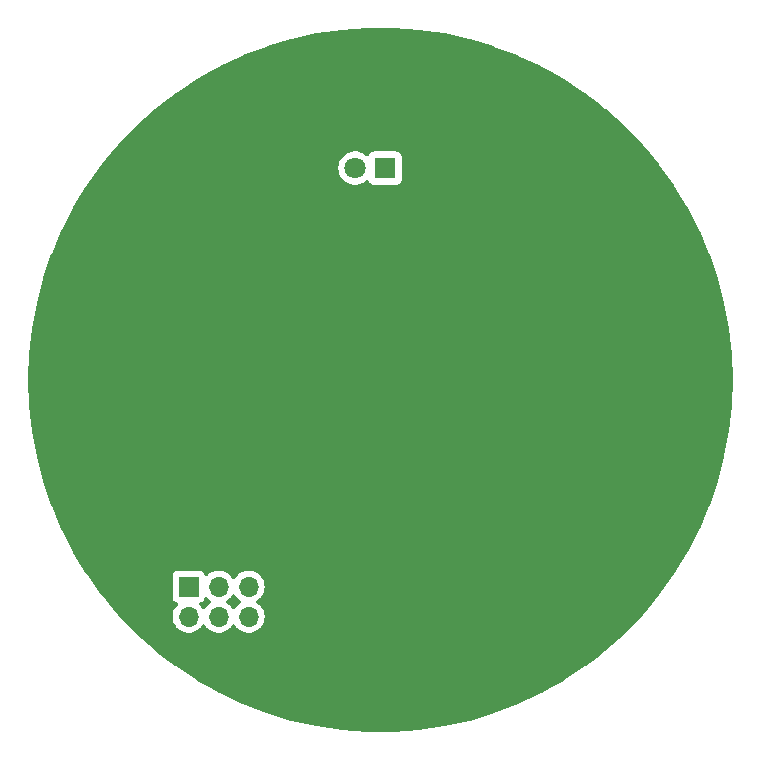
<source format=gbr>
G04 #@! TF.GenerationSoftware,KiCad,Pcbnew,(6.99.0-2452-gdb4f2d9dd8)*
G04 #@! TF.CreationDate,2022-08-02T22:01:28-05:00*
G04 #@! TF.ProjectId,TofG,546f6647-2e6b-4696-9361-645f70636258,rev?*
G04 #@! TF.SameCoordinates,Original*
G04 #@! TF.FileFunction,Copper,L1,Top*
G04 #@! TF.FilePolarity,Positive*
%FSLAX46Y46*%
G04 Gerber Fmt 4.6, Leading zero omitted, Abs format (unit mm)*
G04 Created by KiCad (PCBNEW (6.99.0-2452-gdb4f2d9dd8)) date 2022-08-02 22:01:28*
%MOMM*%
%LPD*%
G01*
G04 APERTURE LIST*
G04 #@! TA.AperFunction,ComponentPad*
%ADD10C,1.800000*%
G04 #@! TD*
G04 #@! TA.AperFunction,ComponentPad*
%ADD11R,1.800000X1.800000*%
G04 #@! TD*
G04 #@! TA.AperFunction,ComponentPad*
%ADD12O,1.700000X1.700000*%
G04 #@! TD*
G04 #@! TA.AperFunction,ComponentPad*
%ADD13R,1.700000X1.700000*%
G04 #@! TD*
G04 APERTURE END LIST*
D10*
X67360000Y-60500000D03*
D11*
X69899999Y-60499999D03*
D12*
X58339999Y-98469999D03*
X58339999Y-95929999D03*
X55799999Y-98469999D03*
X55799999Y-95929999D03*
X53259999Y-98469999D03*
D13*
X53259999Y-95929999D03*
G04 #@! TA.AperFunction,NonConductor*
G36*
X54783439Y-96841388D02*
G01*
X54815755Y-96866638D01*
X54836526Y-96889201D01*
X54876760Y-96932906D01*
X55054424Y-97071189D01*
X55059005Y-97073668D01*
X55087680Y-97089186D01*
X55138071Y-97139199D01*
X55153423Y-97208516D01*
X55128863Y-97275129D01*
X55087681Y-97310813D01*
X55054424Y-97328811D01*
X55050313Y-97332010D01*
X55050311Y-97332012D01*
X54895861Y-97452227D01*
X54876760Y-97467094D01*
X54873228Y-97470931D01*
X54727806Y-97628899D01*
X54727803Y-97628903D01*
X54724278Y-97632732D01*
X54721427Y-97637096D01*
X54635483Y-97768643D01*
X54581479Y-97814732D01*
X54511132Y-97824307D01*
X54446774Y-97794330D01*
X54424517Y-97768643D01*
X54338573Y-97637096D01*
X54335722Y-97632732D01*
X54332197Y-97628903D01*
X54332194Y-97628899D01*
X54192525Y-97477180D01*
X54161104Y-97413515D01*
X54169091Y-97342969D01*
X54213949Y-97287940D01*
X54241191Y-97273787D01*
X54356204Y-97230889D01*
X54368536Y-97221658D01*
X54466050Y-97148659D01*
X54473261Y-97143261D01*
X54560889Y-97026204D01*
X54604998Y-96907944D01*
X54647545Y-96851108D01*
X54714065Y-96826297D01*
X54783439Y-96841388D01*
G37*
G04 #@! TD.AperFunction*
G04 #@! TA.AperFunction,NonConductor*
G36*
X57153226Y-96605670D02*
G01*
X57175483Y-96631357D01*
X57264278Y-96767268D01*
X57267803Y-96771097D01*
X57267806Y-96771101D01*
X57332511Y-96841388D01*
X57416760Y-96932906D01*
X57594424Y-97071189D01*
X57599005Y-97073668D01*
X57627680Y-97089186D01*
X57678071Y-97139199D01*
X57693423Y-97208516D01*
X57668863Y-97275129D01*
X57627681Y-97310813D01*
X57594424Y-97328811D01*
X57590313Y-97332010D01*
X57590311Y-97332012D01*
X57435861Y-97452227D01*
X57416760Y-97467094D01*
X57413228Y-97470931D01*
X57267806Y-97628899D01*
X57267803Y-97628903D01*
X57264278Y-97632732D01*
X57261427Y-97637096D01*
X57175483Y-97768643D01*
X57121479Y-97814732D01*
X57051132Y-97824307D01*
X56986774Y-97794330D01*
X56964517Y-97768643D01*
X56878573Y-97637096D01*
X56875722Y-97632732D01*
X56872197Y-97628903D01*
X56872194Y-97628899D01*
X56726772Y-97470931D01*
X56723240Y-97467094D01*
X56704139Y-97452227D01*
X56549689Y-97332012D01*
X56549687Y-97332010D01*
X56545576Y-97328811D01*
X56512320Y-97310814D01*
X56461929Y-97260801D01*
X56446577Y-97191484D01*
X56471137Y-97124871D01*
X56512320Y-97089186D01*
X56540995Y-97073668D01*
X56545576Y-97071189D01*
X56723240Y-96932906D01*
X56807489Y-96841388D01*
X56872194Y-96771101D01*
X56872197Y-96771097D01*
X56875722Y-96767268D01*
X56964517Y-96631357D01*
X57018521Y-96585268D01*
X57088868Y-96575693D01*
X57153226Y-96605670D01*
G37*
G04 #@! TD.AperFunction*
G04 #@! TA.AperFunction,NonConductor*
G36*
X70563030Y-48619918D02*
G01*
X70577708Y-48620186D01*
X70586953Y-48620355D01*
X70591549Y-48620523D01*
X70615456Y-48621834D01*
X70617718Y-48621979D01*
X72733557Y-48776838D01*
X72735839Y-48777026D01*
X72750332Y-48778353D01*
X72759665Y-48779208D01*
X72764240Y-48779712D01*
X72787940Y-48782759D01*
X72790219Y-48783073D01*
X74889107Y-49091966D01*
X74891378Y-49092321D01*
X74914988Y-49096237D01*
X74919516Y-49097074D01*
X74942849Y-49101826D01*
X74945100Y-49102305D01*
X77015973Y-49563612D01*
X77018214Y-49564133D01*
X77041391Y-49569742D01*
X77045847Y-49570907D01*
X77068810Y-49577361D01*
X77071017Y-49578003D01*
X79102606Y-50189216D01*
X79104804Y-50189899D01*
X79127588Y-50197210D01*
X79131924Y-50198689D01*
X79154407Y-50206821D01*
X79156562Y-50207623D01*
X81138083Y-50965491D01*
X81140222Y-50966332D01*
X81162389Y-50975277D01*
X81166628Y-50977078D01*
X81188464Y-50986832D01*
X81190557Y-50987790D01*
X83111455Y-51888270D01*
X83113506Y-51889254D01*
X83135004Y-51899815D01*
X83139072Y-51901907D01*
X83160141Y-51913231D01*
X83162157Y-51914338D01*
X83846244Y-52298266D01*
X85012253Y-52952662D01*
X85014156Y-52953753D01*
X85028105Y-52961920D01*
X85034844Y-52965866D01*
X85038732Y-52968238D01*
X85059040Y-52981147D01*
X85060758Y-52982261D01*
X86396061Y-53865689D01*
X86830182Y-54152901D01*
X86832088Y-54154188D01*
X86851797Y-54167751D01*
X86855525Y-54170417D01*
X86872214Y-54182824D01*
X86874714Y-54184683D01*
X86876546Y-54186071D01*
X87799463Y-54898724D01*
X88555767Y-55482723D01*
X88557547Y-55484124D01*
X88576182Y-55499065D01*
X88579697Y-55501990D01*
X88596066Y-55516126D01*
X88597792Y-55517617D01*
X88599517Y-55519135D01*
X90179549Y-56934850D01*
X90181248Y-56936400D01*
X90198784Y-56952699D01*
X90202098Y-56955895D01*
X90218969Y-56972766D01*
X90220582Y-56974408D01*
X91693075Y-58501699D01*
X91694655Y-58503368D01*
X91710943Y-58520891D01*
X91713993Y-58524294D01*
X91729653Y-58542427D01*
X91731088Y-58544120D01*
X92283735Y-59208194D01*
X93088210Y-60174872D01*
X93089665Y-60176655D01*
X93104592Y-60195273D01*
X93107404Y-60198914D01*
X93121687Y-60218126D01*
X93122968Y-60219882D01*
X94324444Y-61899236D01*
X94357430Y-61945342D01*
X94358748Y-61947221D01*
X94366926Y-61959104D01*
X94372315Y-61966934D01*
X94374847Y-61970761D01*
X94387694Y-61990974D01*
X94388908Y-61992923D01*
X95494054Y-63803773D01*
X95495236Y-63805750D01*
X95507340Y-63826424D01*
X95509589Y-63830432D01*
X95520885Y-63851448D01*
X95521958Y-63853488D01*
X96492002Y-65740236D01*
X96493036Y-65742294D01*
X96503584Y-65763766D01*
X96505538Y-65767933D01*
X96515280Y-65789743D01*
X96516199Y-65791852D01*
X97345941Y-67744399D01*
X97346821Y-67746525D01*
X97355754Y-67768661D01*
X97357398Y-67772958D01*
X97365545Y-67795483D01*
X97366308Y-67797656D01*
X98051292Y-69805508D01*
X98052015Y-69807692D01*
X98059317Y-69830447D01*
X98060645Y-69834861D01*
X98067091Y-69857801D01*
X98067692Y-69860016D01*
X98604312Y-71912610D01*
X98604873Y-71914839D01*
X98610497Y-71938075D01*
X98611491Y-71942540D01*
X98615206Y-71960781D01*
X98616260Y-71965956D01*
X98616698Y-71968211D01*
X99002050Y-74054475D01*
X99002447Y-74056738D01*
X99006362Y-74080341D01*
X99007021Y-74084814D01*
X99010067Y-74108507D01*
X99010339Y-74110789D01*
X99242379Y-76219643D01*
X99242610Y-76221933D01*
X99244788Y-76245715D01*
X99245124Y-76250306D01*
X99246431Y-76274138D01*
X99246536Y-76276436D01*
X99324019Y-78396558D01*
X99324082Y-78398857D01*
X99324519Y-78422757D01*
X99324519Y-78427363D01*
X99324082Y-78451263D01*
X99324019Y-78453562D01*
X99246536Y-80573684D01*
X99246431Y-80575982D01*
X99245124Y-80599814D01*
X99244788Y-80604405D01*
X99242610Y-80628187D01*
X99242379Y-80630477D01*
X99010339Y-82739331D01*
X99010073Y-82741560D01*
X99007021Y-82765306D01*
X99006362Y-82769779D01*
X99002967Y-82790246D01*
X99002447Y-82793382D01*
X99002050Y-82795645D01*
X98616698Y-84881909D01*
X98616260Y-84884164D01*
X98611491Y-84907580D01*
X98610497Y-84912045D01*
X98604873Y-84935281D01*
X98604312Y-84937510D01*
X98067692Y-86990104D01*
X98067091Y-86992319D01*
X98060645Y-87015259D01*
X98059317Y-87019673D01*
X98052015Y-87042428D01*
X98051292Y-87044612D01*
X97366308Y-89052464D01*
X97365545Y-89054637D01*
X97357398Y-89077162D01*
X97355754Y-89081459D01*
X97346821Y-89103595D01*
X97345941Y-89105721D01*
X96516199Y-91058268D01*
X96515280Y-91060377D01*
X96505538Y-91082187D01*
X96503584Y-91086354D01*
X96493036Y-91107826D01*
X96492002Y-91109884D01*
X95521958Y-92996632D01*
X95520885Y-92998672D01*
X95509589Y-93019688D01*
X95507340Y-93023696D01*
X95495236Y-93044370D01*
X95494054Y-93046347D01*
X94388908Y-94857197D01*
X94387694Y-94859146D01*
X94374847Y-94879359D01*
X94372315Y-94883186D01*
X94366926Y-94891016D01*
X94358748Y-94902899D01*
X94357433Y-94904774D01*
X93122968Y-96630238D01*
X93121687Y-96631994D01*
X93107404Y-96651206D01*
X93104592Y-96654847D01*
X93089665Y-96673465D01*
X93088218Y-96675238D01*
X92131956Y-97824307D01*
X91731088Y-98306000D01*
X91729653Y-98307693D01*
X91713993Y-98325826D01*
X91710943Y-98329229D01*
X91694655Y-98346752D01*
X91693075Y-98348421D01*
X90220582Y-99875712D01*
X90218969Y-99877354D01*
X90202098Y-99894225D01*
X90198784Y-99897421D01*
X90181248Y-99913720D01*
X90179549Y-99915270D01*
X88599517Y-101330985D01*
X88597792Y-101332503D01*
X88579697Y-101348130D01*
X88576182Y-101351055D01*
X88557547Y-101365996D01*
X88555767Y-101367397D01*
X87799463Y-101951396D01*
X86876546Y-102664049D01*
X86874714Y-102665437D01*
X86855525Y-102679703D01*
X86851797Y-102682369D01*
X86832088Y-102695932D01*
X86830182Y-102697219D01*
X85060758Y-103867859D01*
X85059040Y-103868973D01*
X85038732Y-103881882D01*
X85034844Y-103884254D01*
X85014156Y-103896367D01*
X85012253Y-103897458D01*
X83846244Y-104551854D01*
X83162157Y-104935782D01*
X83160141Y-104936889D01*
X83139072Y-104948213D01*
X83135004Y-104950305D01*
X83113527Y-104960856D01*
X83111455Y-104961850D01*
X81190557Y-105862330D01*
X81188464Y-105863288D01*
X81166628Y-105873042D01*
X81162389Y-105874843D01*
X81140222Y-105883788D01*
X81138083Y-105884629D01*
X79156562Y-106642497D01*
X79154409Y-106643298D01*
X79131924Y-106651431D01*
X79127588Y-106652910D01*
X79104804Y-106660221D01*
X79102606Y-106660904D01*
X77071017Y-107272117D01*
X77068810Y-107272759D01*
X77045847Y-107279213D01*
X77041391Y-107280378D01*
X77018214Y-107285987D01*
X77015973Y-107286508D01*
X74945100Y-107747815D01*
X74942849Y-107748294D01*
X74919516Y-107753046D01*
X74914988Y-107753883D01*
X74891378Y-107757799D01*
X74889107Y-107758154D01*
X72790219Y-108067047D01*
X72787940Y-108067361D01*
X72764240Y-108070408D01*
X72759665Y-108070912D01*
X72750332Y-108071767D01*
X72735839Y-108073094D01*
X72733560Y-108073282D01*
X70617718Y-108228141D01*
X70615456Y-108228286D01*
X70591549Y-108229597D01*
X70586953Y-108229765D01*
X70577708Y-108229934D01*
X70563030Y-108230202D01*
X70560731Y-108230223D01*
X68439269Y-108230223D01*
X68436970Y-108230202D01*
X68422292Y-108229934D01*
X68413047Y-108229765D01*
X68408451Y-108229597D01*
X68384544Y-108228286D01*
X68382282Y-108228141D01*
X66266440Y-108073282D01*
X66264161Y-108073094D01*
X66249668Y-108071767D01*
X66240335Y-108070912D01*
X66235760Y-108070408D01*
X66212060Y-108067361D01*
X66209781Y-108067047D01*
X64110893Y-107758154D01*
X64108622Y-107757799D01*
X64085012Y-107753883D01*
X64080484Y-107753046D01*
X64057151Y-107748294D01*
X64054900Y-107747815D01*
X61984027Y-107286508D01*
X61981786Y-107285987D01*
X61958609Y-107280378D01*
X61954153Y-107279213D01*
X61931190Y-107272759D01*
X61928983Y-107272117D01*
X59897394Y-106660904D01*
X59895196Y-106660221D01*
X59872412Y-106652910D01*
X59868076Y-106651431D01*
X59845591Y-106643298D01*
X59843438Y-106642497D01*
X57861917Y-105884629D01*
X57859778Y-105883788D01*
X57837611Y-105874843D01*
X57833372Y-105873042D01*
X57811536Y-105863288D01*
X57809443Y-105862330D01*
X55888545Y-104961850D01*
X55886473Y-104960856D01*
X55864996Y-104950305D01*
X55860928Y-104948213D01*
X55839859Y-104936889D01*
X55837843Y-104935782D01*
X55153756Y-104551854D01*
X53987747Y-103897458D01*
X53985844Y-103896367D01*
X53965156Y-103884254D01*
X53961268Y-103881882D01*
X53940960Y-103868973D01*
X53939242Y-103867859D01*
X52169818Y-102697219D01*
X52167912Y-102695932D01*
X52148203Y-102682369D01*
X52144475Y-102679703D01*
X52125286Y-102665437D01*
X52123454Y-102664049D01*
X51200537Y-101951396D01*
X50444233Y-101367397D01*
X50442453Y-101365996D01*
X50423818Y-101351055D01*
X50420303Y-101348130D01*
X50402208Y-101332503D01*
X50400483Y-101330985D01*
X48820451Y-99915270D01*
X48818752Y-99913720D01*
X48801216Y-99897421D01*
X48797902Y-99894225D01*
X48781031Y-99877354D01*
X48779418Y-99875712D01*
X47424142Y-98470000D01*
X51896844Y-98470000D01*
X51915436Y-98694368D01*
X51970704Y-98912616D01*
X52061140Y-99118791D01*
X52063990Y-99123153D01*
X52063992Y-99123157D01*
X52065535Y-99125518D01*
X52184278Y-99307268D01*
X52187803Y-99311097D01*
X52187806Y-99311101D01*
X52289360Y-99421417D01*
X52336760Y-99472906D01*
X52514424Y-99611189D01*
X52712426Y-99718342D01*
X52925365Y-99791444D01*
X52930499Y-99792301D01*
X52930504Y-99792302D01*
X53142294Y-99827643D01*
X53142296Y-99827643D01*
X53147431Y-99828500D01*
X53372569Y-99828500D01*
X53377704Y-99827643D01*
X53377706Y-99827643D01*
X53589496Y-99792302D01*
X53589501Y-99792301D01*
X53594635Y-99791444D01*
X53807574Y-99718342D01*
X54005576Y-99611189D01*
X54183240Y-99472906D01*
X54230640Y-99421417D01*
X54332194Y-99311101D01*
X54332197Y-99311097D01*
X54335722Y-99307268D01*
X54424517Y-99171357D01*
X54478521Y-99125268D01*
X54548868Y-99115693D01*
X54613226Y-99145670D01*
X54635483Y-99171357D01*
X54724278Y-99307268D01*
X54727803Y-99311097D01*
X54727806Y-99311101D01*
X54829360Y-99421417D01*
X54876760Y-99472906D01*
X55054424Y-99611189D01*
X55252426Y-99718342D01*
X55465365Y-99791444D01*
X55470499Y-99792301D01*
X55470504Y-99792302D01*
X55682294Y-99827643D01*
X55682296Y-99827643D01*
X55687431Y-99828500D01*
X55912569Y-99828500D01*
X55917704Y-99827643D01*
X55917706Y-99827643D01*
X56129496Y-99792302D01*
X56129501Y-99792301D01*
X56134635Y-99791444D01*
X56347574Y-99718342D01*
X56545576Y-99611189D01*
X56723240Y-99472906D01*
X56770640Y-99421417D01*
X56872194Y-99311101D01*
X56872197Y-99311097D01*
X56875722Y-99307268D01*
X56964517Y-99171357D01*
X57018521Y-99125268D01*
X57088868Y-99115693D01*
X57153226Y-99145670D01*
X57175483Y-99171357D01*
X57264278Y-99307268D01*
X57267803Y-99311097D01*
X57267806Y-99311101D01*
X57369360Y-99421417D01*
X57416760Y-99472906D01*
X57594424Y-99611189D01*
X57792426Y-99718342D01*
X58005365Y-99791444D01*
X58010499Y-99792301D01*
X58010504Y-99792302D01*
X58222294Y-99827643D01*
X58222296Y-99827643D01*
X58227431Y-99828500D01*
X58452569Y-99828500D01*
X58457704Y-99827643D01*
X58457706Y-99827643D01*
X58669496Y-99792302D01*
X58669501Y-99792301D01*
X58674635Y-99791444D01*
X58887574Y-99718342D01*
X59085576Y-99611189D01*
X59263240Y-99472906D01*
X59310640Y-99421417D01*
X59412194Y-99311101D01*
X59412197Y-99311097D01*
X59415722Y-99307268D01*
X59534465Y-99125518D01*
X59536008Y-99123157D01*
X59536010Y-99123153D01*
X59538860Y-99118791D01*
X59629296Y-98912616D01*
X59684564Y-98694368D01*
X59703156Y-98470000D01*
X59701976Y-98455763D01*
X59684995Y-98250828D01*
X59684994Y-98250823D01*
X59684564Y-98245632D01*
X59629296Y-98027384D01*
X59538860Y-97821209D01*
X59534629Y-97814732D01*
X59418573Y-97637096D01*
X59415722Y-97632732D01*
X59412197Y-97628903D01*
X59412194Y-97628899D01*
X59266772Y-97470931D01*
X59263240Y-97467094D01*
X59244139Y-97452227D01*
X59089689Y-97332012D01*
X59089687Y-97332010D01*
X59085576Y-97328811D01*
X59052320Y-97310814D01*
X59001929Y-97260801D01*
X58986577Y-97191484D01*
X59011137Y-97124871D01*
X59052320Y-97089186D01*
X59080995Y-97073668D01*
X59085576Y-97071189D01*
X59263240Y-96932906D01*
X59347489Y-96841388D01*
X59412194Y-96771101D01*
X59412197Y-96771097D01*
X59415722Y-96767268D01*
X59475848Y-96675238D01*
X59536008Y-96583157D01*
X59536010Y-96583153D01*
X59538860Y-96578791D01*
X59629296Y-96372616D01*
X59684564Y-96154368D01*
X59703156Y-95930000D01*
X59684564Y-95705632D01*
X59629296Y-95487384D01*
X59538860Y-95281209D01*
X59534629Y-95274732D01*
X59418573Y-95097096D01*
X59415722Y-95092732D01*
X59412197Y-95088903D01*
X59412194Y-95088899D01*
X59266772Y-94930931D01*
X59263240Y-94927094D01*
X59201911Y-94879359D01*
X59089689Y-94792012D01*
X59089687Y-94792010D01*
X59085576Y-94788811D01*
X58887574Y-94681658D01*
X58674635Y-94608556D01*
X58669501Y-94607699D01*
X58669496Y-94607698D01*
X58457706Y-94572357D01*
X58457704Y-94572357D01*
X58452569Y-94571500D01*
X58227431Y-94571500D01*
X58222296Y-94572357D01*
X58222294Y-94572357D01*
X58010504Y-94607698D01*
X58010499Y-94607699D01*
X58005365Y-94608556D01*
X57792426Y-94681658D01*
X57594424Y-94788811D01*
X57590313Y-94792010D01*
X57590311Y-94792012D01*
X57478089Y-94879359D01*
X57416760Y-94927094D01*
X57413228Y-94930931D01*
X57267806Y-95088899D01*
X57267803Y-95088903D01*
X57264278Y-95092732D01*
X57261427Y-95097096D01*
X57175483Y-95228643D01*
X57121479Y-95274732D01*
X57051132Y-95284307D01*
X56986774Y-95254330D01*
X56964517Y-95228643D01*
X56878573Y-95097096D01*
X56875722Y-95092732D01*
X56872197Y-95088903D01*
X56872194Y-95088899D01*
X56726772Y-94930931D01*
X56723240Y-94927094D01*
X56661911Y-94879359D01*
X56549689Y-94792012D01*
X56549687Y-94792010D01*
X56545576Y-94788811D01*
X56347574Y-94681658D01*
X56134635Y-94608556D01*
X56129501Y-94607699D01*
X56129496Y-94607698D01*
X55917706Y-94572357D01*
X55917704Y-94572357D01*
X55912569Y-94571500D01*
X55687431Y-94571500D01*
X55682296Y-94572357D01*
X55682294Y-94572357D01*
X55470504Y-94607698D01*
X55470499Y-94607699D01*
X55465365Y-94608556D01*
X55252426Y-94681658D01*
X55054424Y-94788811D01*
X55050313Y-94792010D01*
X55050311Y-94792012D01*
X54938089Y-94879359D01*
X54876760Y-94927094D01*
X54873228Y-94930931D01*
X54815755Y-94993362D01*
X54754901Y-95029933D01*
X54683937Y-95027798D01*
X54625392Y-94987636D01*
X54604998Y-94952056D01*
X54579319Y-94883207D01*
X54560889Y-94833796D01*
X54473261Y-94716739D01*
X54356204Y-94629111D01*
X54219201Y-94578011D01*
X54182295Y-94574043D01*
X54161988Y-94571860D01*
X54161985Y-94571860D01*
X54158638Y-94571500D01*
X52361362Y-94571500D01*
X52358015Y-94571860D01*
X52358012Y-94571860D01*
X52337705Y-94574043D01*
X52300799Y-94578011D01*
X52163796Y-94629111D01*
X52046739Y-94716739D01*
X51959111Y-94833796D01*
X51908011Y-94970799D01*
X51901500Y-95031362D01*
X51901500Y-96828638D01*
X51908011Y-96889201D01*
X51959111Y-97026204D01*
X52046739Y-97143261D01*
X52053950Y-97148659D01*
X52151465Y-97221658D01*
X52163796Y-97230889D01*
X52278808Y-97273787D01*
X52335642Y-97316333D01*
X52360453Y-97382853D01*
X52345361Y-97452227D01*
X52327475Y-97477180D01*
X52187806Y-97628899D01*
X52187803Y-97628903D01*
X52184278Y-97632732D01*
X52181427Y-97637096D01*
X52065372Y-97814732D01*
X52061140Y-97821209D01*
X51970704Y-98027384D01*
X51915436Y-98245632D01*
X51915006Y-98250823D01*
X51915005Y-98250828D01*
X51898024Y-98455763D01*
X51896844Y-98470000D01*
X47424142Y-98470000D01*
X47306925Y-98348421D01*
X47305345Y-98346752D01*
X47289057Y-98329229D01*
X47286007Y-98325826D01*
X47270347Y-98307693D01*
X47268912Y-98306000D01*
X46868044Y-97824307D01*
X45911782Y-96675238D01*
X45910335Y-96673465D01*
X45895408Y-96654847D01*
X45892596Y-96651206D01*
X45878313Y-96631994D01*
X45877032Y-96630238D01*
X44642567Y-94904774D01*
X44641252Y-94902899D01*
X44633074Y-94891016D01*
X44627685Y-94883186D01*
X44625153Y-94879359D01*
X44612306Y-94859146D01*
X44611092Y-94857197D01*
X43505946Y-93046347D01*
X43504764Y-93044370D01*
X43492660Y-93023696D01*
X43490411Y-93019688D01*
X43479115Y-92998672D01*
X43478042Y-92996632D01*
X42507998Y-91109884D01*
X42506964Y-91107826D01*
X42496416Y-91086354D01*
X42494462Y-91082187D01*
X42484720Y-91060377D01*
X42483801Y-91058268D01*
X41654059Y-89105721D01*
X41653179Y-89103595D01*
X41644246Y-89081459D01*
X41642602Y-89077162D01*
X41634455Y-89054637D01*
X41633692Y-89052464D01*
X40948708Y-87044612D01*
X40947985Y-87042428D01*
X40940683Y-87019673D01*
X40939355Y-87015259D01*
X40932909Y-86992319D01*
X40932308Y-86990104D01*
X40395688Y-84937510D01*
X40395127Y-84935281D01*
X40389503Y-84912045D01*
X40388509Y-84907580D01*
X40383740Y-84884164D01*
X40383302Y-84881909D01*
X39997950Y-82795645D01*
X39997553Y-82793382D01*
X39997033Y-82790246D01*
X39993638Y-82769779D01*
X39992979Y-82765306D01*
X39989927Y-82741560D01*
X39989661Y-82739331D01*
X39757621Y-80630477D01*
X39757390Y-80628187D01*
X39755212Y-80604405D01*
X39754876Y-80599814D01*
X39753569Y-80575982D01*
X39753464Y-80573684D01*
X39675981Y-78453562D01*
X39675918Y-78451263D01*
X39675481Y-78427363D01*
X39675481Y-78422757D01*
X39675918Y-78398857D01*
X39675981Y-78396558D01*
X39753464Y-76276436D01*
X39753569Y-76274138D01*
X39754876Y-76250306D01*
X39755212Y-76245715D01*
X39757390Y-76221933D01*
X39757621Y-76219643D01*
X39989661Y-74110789D01*
X39989933Y-74108507D01*
X39992979Y-74084814D01*
X39993638Y-74080341D01*
X39997553Y-74056738D01*
X39997950Y-74054475D01*
X40383302Y-71968211D01*
X40383740Y-71965956D01*
X40384794Y-71960781D01*
X40388509Y-71942540D01*
X40389503Y-71938075D01*
X40395127Y-71914839D01*
X40395688Y-71912610D01*
X40932308Y-69860016D01*
X40932909Y-69857801D01*
X40939355Y-69834861D01*
X40940683Y-69830447D01*
X40947985Y-69807692D01*
X40948708Y-69805508D01*
X41633692Y-67797656D01*
X41634455Y-67795483D01*
X41642602Y-67772958D01*
X41644246Y-67768661D01*
X41653179Y-67746525D01*
X41654059Y-67744399D01*
X42483801Y-65791852D01*
X42484720Y-65789743D01*
X42494462Y-65767933D01*
X42496416Y-65763766D01*
X42506964Y-65742294D01*
X42507998Y-65740236D01*
X43478042Y-63853488D01*
X43479115Y-63851448D01*
X43490411Y-63830432D01*
X43492660Y-63826424D01*
X43504764Y-63805750D01*
X43505946Y-63803773D01*
X44611092Y-61992923D01*
X44612306Y-61990974D01*
X44625153Y-61970761D01*
X44627685Y-61966934D01*
X44633074Y-61959104D01*
X44641252Y-61947221D01*
X44642570Y-61945342D01*
X44675556Y-61899236D01*
X45676625Y-60500000D01*
X65946673Y-60500000D01*
X65965949Y-60732626D01*
X66023251Y-60958907D01*
X66117016Y-61172669D01*
X66244686Y-61368083D01*
X66248211Y-61371912D01*
X66248214Y-61371916D01*
X66315741Y-61445269D01*
X66402780Y-61539818D01*
X66406891Y-61543018D01*
X66406898Y-61543024D01*
X66548732Y-61653418D01*
X66586983Y-61683190D01*
X66591564Y-61685669D01*
X66734942Y-61763261D01*
X66792273Y-61794287D01*
X67013049Y-61870080D01*
X67018183Y-61870937D01*
X67018188Y-61870938D01*
X67238151Y-61907643D01*
X67238154Y-61907643D01*
X67243288Y-61908500D01*
X67476712Y-61908500D01*
X67481846Y-61907643D01*
X67481849Y-61907643D01*
X67701812Y-61870938D01*
X67701817Y-61870937D01*
X67706951Y-61870080D01*
X67927727Y-61794287D01*
X67985059Y-61763261D01*
X68128436Y-61685669D01*
X68133017Y-61683190D01*
X68317220Y-61539818D01*
X68320747Y-61535986D01*
X68322248Y-61534605D01*
X68385914Y-61503185D01*
X68456459Y-61511174D01*
X68511487Y-61556034D01*
X68525638Y-61583274D01*
X68545961Y-61637759D01*
X68549111Y-61646204D01*
X68636739Y-61763261D01*
X68753796Y-61850889D01*
X68890799Y-61901989D01*
X68927705Y-61905957D01*
X68948012Y-61908140D01*
X68948015Y-61908140D01*
X68951362Y-61908500D01*
X70848638Y-61908500D01*
X70851985Y-61908140D01*
X70851988Y-61908140D01*
X70872295Y-61905957D01*
X70909201Y-61901989D01*
X71046204Y-61850889D01*
X71163261Y-61763261D01*
X71250889Y-61646204D01*
X71301989Y-61509201D01*
X71308500Y-61448638D01*
X71308500Y-59551362D01*
X71301989Y-59490799D01*
X71250889Y-59353796D01*
X71243010Y-59343270D01*
X71168659Y-59243950D01*
X71163261Y-59236739D01*
X71046204Y-59149111D01*
X70909201Y-59098011D01*
X70872295Y-59094043D01*
X70851988Y-59091860D01*
X70851985Y-59091860D01*
X70848638Y-59091500D01*
X68951362Y-59091500D01*
X68948015Y-59091860D01*
X68948012Y-59091860D01*
X68927705Y-59094043D01*
X68890799Y-59098011D01*
X68753796Y-59149111D01*
X68636739Y-59236739D01*
X68631341Y-59243950D01*
X68556991Y-59343270D01*
X68549111Y-59353796D01*
X68545963Y-59362237D01*
X68545961Y-59362241D01*
X68525638Y-59416726D01*
X68483091Y-59473561D01*
X68416571Y-59498371D01*
X68347197Y-59483279D01*
X68322248Y-59465395D01*
X68320747Y-59464014D01*
X68317220Y-59460182D01*
X68133017Y-59316810D01*
X67998383Y-59243950D01*
X67932312Y-59208194D01*
X67932309Y-59208193D01*
X67927727Y-59205713D01*
X67706951Y-59129920D01*
X67701817Y-59129063D01*
X67701812Y-59129062D01*
X67481849Y-59092357D01*
X67481846Y-59092357D01*
X67476712Y-59091500D01*
X67243288Y-59091500D01*
X67238154Y-59092357D01*
X67238151Y-59092357D01*
X67018188Y-59129062D01*
X67018183Y-59129063D01*
X67013049Y-59129920D01*
X66792273Y-59205713D01*
X66787691Y-59208193D01*
X66787688Y-59208194D01*
X66721617Y-59243950D01*
X66586983Y-59316810D01*
X66582872Y-59320009D01*
X66582870Y-59320011D01*
X66406898Y-59456976D01*
X66406892Y-59456981D01*
X66402780Y-59460182D01*
X66399248Y-59464019D01*
X66248214Y-59628084D01*
X66248211Y-59628088D01*
X66244686Y-59631917D01*
X66117016Y-59827331D01*
X66023251Y-60041093D01*
X66021973Y-60046141D01*
X66021971Y-60046146D01*
X65967230Y-60262315D01*
X65965949Y-60267374D01*
X65946673Y-60500000D01*
X45676625Y-60500000D01*
X45877032Y-60219882D01*
X45878313Y-60218126D01*
X45892596Y-60198914D01*
X45895408Y-60195273D01*
X45910335Y-60176655D01*
X45911790Y-60174872D01*
X46716266Y-59208194D01*
X47268912Y-58544120D01*
X47270347Y-58542427D01*
X47286007Y-58524294D01*
X47289057Y-58520891D01*
X47305345Y-58503368D01*
X47306925Y-58501699D01*
X48779418Y-56974408D01*
X48781031Y-56972766D01*
X48797902Y-56955895D01*
X48801216Y-56952699D01*
X48818752Y-56936400D01*
X48820451Y-56934850D01*
X50400483Y-55519135D01*
X50402208Y-55517617D01*
X50403934Y-55516126D01*
X50420303Y-55501990D01*
X50423818Y-55499065D01*
X50442453Y-55484124D01*
X50444233Y-55482723D01*
X51200537Y-54898724D01*
X52123454Y-54186071D01*
X52125286Y-54184683D01*
X52127786Y-54182824D01*
X52144475Y-54170417D01*
X52148203Y-54167751D01*
X52167912Y-54154188D01*
X52169818Y-54152901D01*
X52603939Y-53865689D01*
X53939242Y-52982261D01*
X53940960Y-52981147D01*
X53961268Y-52968238D01*
X53965156Y-52965866D01*
X53971895Y-52961920D01*
X53985844Y-52953753D01*
X53987747Y-52952662D01*
X55153756Y-52298266D01*
X55837843Y-51914338D01*
X55839859Y-51913231D01*
X55860928Y-51901907D01*
X55864996Y-51899815D01*
X55886494Y-51889254D01*
X55888545Y-51888270D01*
X57809443Y-50987790D01*
X57811536Y-50986832D01*
X57833372Y-50977078D01*
X57837611Y-50975277D01*
X57859778Y-50966332D01*
X57861917Y-50965491D01*
X59843438Y-50207623D01*
X59845593Y-50206821D01*
X59868076Y-50198689D01*
X59872412Y-50197210D01*
X59895196Y-50189899D01*
X59897394Y-50189216D01*
X61928983Y-49578003D01*
X61931190Y-49577361D01*
X61954153Y-49570907D01*
X61958609Y-49569742D01*
X61981786Y-49564133D01*
X61984027Y-49563612D01*
X64054900Y-49102305D01*
X64057151Y-49101826D01*
X64080484Y-49097074D01*
X64085012Y-49096237D01*
X64108622Y-49092321D01*
X64110893Y-49091966D01*
X66209781Y-48783073D01*
X66212060Y-48782759D01*
X66235760Y-48779712D01*
X66240335Y-48779208D01*
X66249668Y-48778353D01*
X66264161Y-48777026D01*
X66266443Y-48776838D01*
X68382282Y-48621979D01*
X68384544Y-48621834D01*
X68408451Y-48620523D01*
X68413047Y-48620355D01*
X68422292Y-48620186D01*
X68436970Y-48619918D01*
X68439269Y-48619897D01*
X70560731Y-48619897D01*
X70563030Y-48619918D01*
G37*
G04 #@! TD.AperFunction*
M02*

</source>
